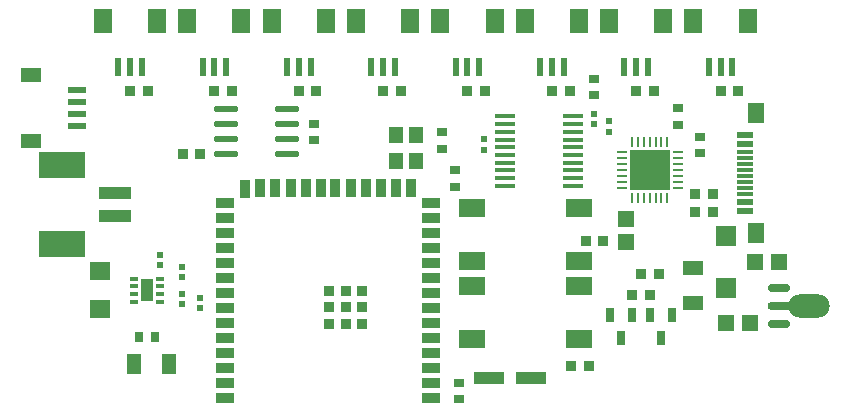
<source format=gbr>
%TF.GenerationSoftware,KiCad,Pcbnew,9.0.6*%
%TF.CreationDate,2026-01-13T17:11:52+01:00*%
%TF.ProjectId,TempWatchtV1,54656d70-5761-4746-9368-7456312e6b69,rev?*%
%TF.SameCoordinates,Original*%
%TF.FileFunction,Paste,Top*%
%TF.FilePolarity,Positive*%
%FSLAX46Y46*%
G04 Gerber Fmt 4.6, Leading zero omitted, Abs format (unit mm)*
G04 Created by KiCad (PCBNEW 9.0.6) date 2026-01-13 17:11:52*
%MOMM*%
%LPD*%
G01*
G04 APERTURE LIST*
%ADD10R,2.600000X1.100000*%
%ADD11R,1.350000X1.410000*%
%ADD12R,0.600000X1.550000*%
%ADD13R,1.500000X2.000000*%
%ADD14R,0.900000X0.800000*%
%ADD15O,1.740000X0.360000*%
%ADD16R,0.860000X0.810000*%
%ADD17R,2.700000X1.000000*%
%ADD18R,4.000000X2.200000*%
%ADD19R,0.810000X0.860000*%
%ADD20R,0.800000X0.900000*%
%ADD21R,0.650000X0.450000*%
%ADD22R,1.100000X1.900000*%
%ADD23R,0.540000X0.500000*%
%ADD24R,1.200000X1.400000*%
%ADD25R,1.550000X0.600000*%
%ADD26R,1.800000X1.200000*%
%ADD27R,1.410000X1.350000*%
%ADD28R,1.700000X1.800000*%
%ADD29R,0.910000X0.280000*%
%ADD30R,0.280000X0.910000*%
%ADD31R,3.350000X3.350000*%
%ADD32R,0.540000X0.570000*%
%ADD33R,1.450000X1.800000*%
%ADD34R,1.450000X0.600000*%
%ADD35R,1.450000X0.300000*%
%ADD36R,1.700000X1.210000*%
%ADD37R,2.300000X1.500000*%
%ADD38O,2.050000X0.590000*%
%ADD39O,1.900000X0.700000*%
%ADD40O,3.500000X2.000000*%
%ADD41O,2.100000X0.700000*%
%ADD42R,1.210000X1.700000*%
%ADD43R,0.700000X1.250000*%
%ADD44R,1.500000X0.900000*%
%ADD45R,0.900000X1.500000*%
%ADD46R,0.900000X0.900000*%
%ADD47R,1.730000X1.490000*%
G04 APERTURE END LIST*
D10*
%TO.C,C5*%
X145370000Y-121930000D03*
X148970000Y-121930000D03*
%TD*%
D11*
%TO.C,C16*%
X156970000Y-110460000D03*
X156970000Y-108460000D03*
%TD*%
D12*
%TO.C,CN2*%
X123142857Y-95627500D03*
X122142857Y-95627500D03*
X121142857Y-95627500D03*
D13*
X119842857Y-91747500D03*
X124442857Y-91747500D03*
%TD*%
D14*
%TO.C,C7*%
X161380000Y-99085000D03*
X161380000Y-100485000D03*
%TD*%
D15*
%TO.C,U1*%
X146775000Y-99800000D03*
X146775000Y-100450000D03*
X146775000Y-101100000D03*
X146775000Y-101750000D03*
X146775000Y-102410000D03*
X146775000Y-103060000D03*
X146775000Y-103710000D03*
X146775000Y-104360000D03*
X146775000Y-105010000D03*
X146775000Y-105660000D03*
X152515000Y-105660000D03*
X152515000Y-105010000D03*
X152515000Y-104360000D03*
X152515000Y-103710000D03*
X152515000Y-103060000D03*
X152515000Y-102410000D03*
X152515000Y-101750000D03*
X152515000Y-101100000D03*
X152515000Y-100450000D03*
X152515000Y-99800000D03*
%TD*%
D16*
%TO.C,R14*%
X162850000Y-107860000D03*
X162850000Y-106360000D03*
%TD*%
D17*
%TO.C,CN11*%
X113730000Y-106255348D03*
X113730000Y-108255348D03*
D18*
X109270000Y-110605348D03*
X109270000Y-103905348D03*
%TD*%
D12*
%TO.C,CN7*%
X158857143Y-95627500D03*
X157857143Y-95627500D03*
X156857143Y-95627500D03*
D13*
X155557143Y-91747500D03*
X160157143Y-91747500D03*
%TD*%
D19*
%TO.C,R2*%
X123642857Y-97627500D03*
X122142857Y-97627500D03*
%TD*%
D20*
%TO.C,C8*%
X115740000Y-118500000D03*
X117140000Y-118500000D03*
%TD*%
D19*
%TO.C,R17*%
X158275000Y-113175000D03*
X159775000Y-113175000D03*
%TD*%
D21*
%TO.C,U7*%
X115310000Y-113530000D03*
X115310000Y-114180000D03*
X115310000Y-114820000D03*
X115310000Y-115470000D03*
X117570000Y-115470000D03*
X117570000Y-114820000D03*
X117570000Y-114180000D03*
X117570000Y-113530000D03*
D22*
X116440000Y-114500000D03*
%TD*%
D14*
%TO.C,C4*%
X142820000Y-123755000D03*
X142820000Y-122355000D03*
%TD*%
D23*
%TO.C,C9*%
X117570000Y-111500000D03*
X117570000Y-112340000D03*
%TD*%
D12*
%TO.C,CN5*%
X144571429Y-95627500D03*
X143571429Y-95627500D03*
X142571429Y-95627500D03*
D13*
X141271429Y-91747500D03*
X145871429Y-91747500D03*
%TD*%
D12*
%TO.C,CN1*%
X116000000Y-95627500D03*
X115000000Y-95627500D03*
X114000000Y-95627500D03*
D13*
X112700000Y-91747500D03*
X117300000Y-91747500D03*
%TD*%
D24*
%TO.C,X2*%
X139245000Y-103555000D03*
X139245000Y-101355000D03*
X137545000Y-101355000D03*
X137545000Y-103555000D03*
%TD*%
D25*
%TO.C,CN10*%
X110490000Y-97575000D03*
X110490000Y-98575000D03*
X110490000Y-99575000D03*
X110490000Y-100575000D03*
D26*
X106610000Y-101875000D03*
X106610000Y-96275000D03*
%TD*%
D27*
%TO.C,C15*%
X167925000Y-112100000D03*
X169925000Y-112100000D03*
%TD*%
D19*
%TO.C,R4*%
X137928571Y-97627500D03*
X136428571Y-97627500D03*
%TD*%
D28*
%TO.C,D1*%
X165450000Y-114315000D03*
X165450000Y-109935000D03*
%TD*%
D12*
%TO.C,CN6*%
X151714286Y-95627500D03*
X150714286Y-95627500D03*
X149714286Y-95627500D03*
D13*
X148414286Y-91747500D03*
X153014286Y-91747500D03*
%TD*%
D19*
%TO.C,R21*%
X119450000Y-102965348D03*
X120950000Y-102965348D03*
%TD*%
%TO.C,R12*%
X153870000Y-120930000D03*
X152370000Y-120930000D03*
%TD*%
D14*
%TO.C,C11*%
X130575000Y-101825000D03*
X130575000Y-100425000D03*
%TD*%
D29*
%TO.C,U6*%
X161380000Y-105835000D03*
X161380000Y-105335000D03*
X161380000Y-104835000D03*
X161380000Y-104335000D03*
X161380000Y-103835000D03*
X161380000Y-103335000D03*
X161380000Y-102835000D03*
D30*
X160500000Y-101955000D03*
X160000000Y-101955000D03*
X159500000Y-101955000D03*
X159000000Y-101955000D03*
X158500000Y-101955000D03*
X158000000Y-101955000D03*
X157500000Y-101955000D03*
D29*
X156620000Y-102835000D03*
X156620000Y-103335000D03*
X156620000Y-103835000D03*
X156620000Y-104335000D03*
X156620000Y-104835000D03*
X156620000Y-105335000D03*
X156620000Y-105835000D03*
D30*
X157500000Y-106715000D03*
X158000000Y-106715000D03*
X158500000Y-106715000D03*
X159000000Y-106715000D03*
X159500000Y-106715000D03*
X160000000Y-106715000D03*
X160500000Y-106715000D03*
D31*
X159000000Y-104335000D03*
%TD*%
D14*
%TO.C,C3*%
X154280000Y-96600000D03*
X154280000Y-98000000D03*
%TD*%
D19*
%TO.C,R7*%
X159357143Y-97627500D03*
X157857143Y-97627500D03*
%TD*%
D32*
%TO.C,R10*%
X154270000Y-100460000D03*
X154270000Y-99600000D03*
%TD*%
D19*
%TO.C,R16*%
X159025000Y-114875000D03*
X157525000Y-114875000D03*
%TD*%
D27*
%TO.C,C14*%
X165475000Y-117325000D03*
X167475000Y-117325000D03*
%TD*%
D14*
%TO.C,C2*%
X142495000Y-105730000D03*
X142495000Y-104330000D03*
%TD*%
D33*
%TO.C,U5*%
X168020000Y-109655000D03*
X168020000Y-99515000D03*
D34*
X167100000Y-107835000D03*
X167100000Y-107035000D03*
D35*
X167100000Y-105835000D03*
X167100000Y-104835000D03*
X167100000Y-104335000D03*
X167100000Y-103335000D03*
D34*
X167100000Y-102135000D03*
X167100000Y-101335000D03*
D35*
X167100000Y-102835000D03*
X167100000Y-103835000D03*
X167100000Y-105335000D03*
X167100000Y-106335000D03*
%TD*%
D32*
%TO.C,R9*%
X144945000Y-102605000D03*
X144945000Y-101745000D03*
%TD*%
D36*
%TO.C,R26*%
X162700000Y-115605000D03*
X162700000Y-112645000D03*
%TD*%
D19*
%TO.C,R5*%
X145071429Y-97627500D03*
X143571429Y-97627500D03*
%TD*%
D37*
%TO.C,SW2*%
X153050000Y-112030000D03*
X143950000Y-112030000D03*
X153050000Y-107530000D03*
X143950000Y-107530000D03*
%TD*%
D19*
%TO.C,R1*%
X116500000Y-97627500D03*
X115000000Y-97627500D03*
%TD*%
D37*
%TO.C,SW1*%
X153050000Y-118620000D03*
X143950000Y-118620000D03*
X153050000Y-114120000D03*
X143950000Y-114120000D03*
%TD*%
D32*
%TO.C,R19*%
X119440000Y-112570000D03*
X119440000Y-113430000D03*
%TD*%
D16*
%TO.C,R15*%
X164350000Y-107860000D03*
X164350000Y-106360000D03*
%TD*%
D32*
%TO.C,R11*%
X155570000Y-101085000D03*
X155570000Y-100225000D03*
%TD*%
D14*
%TO.C,C6*%
X163300000Y-101535000D03*
X163300000Y-102935000D03*
%TD*%
%TO.C,C1*%
X141410000Y-102555000D03*
X141410000Y-101155000D03*
%TD*%
D19*
%TO.C,R13*%
X155080000Y-110340000D03*
X153580000Y-110340000D03*
%TD*%
D38*
%TO.C,U2*%
X128270000Y-102965348D03*
X128270000Y-101685348D03*
X128270000Y-100425348D03*
X128270000Y-99155348D03*
X123130000Y-99155348D03*
X123130000Y-100425348D03*
X123130000Y-101685348D03*
X123130000Y-102965348D03*
%TD*%
D39*
%TO.C,U9*%
X169975000Y-114350000D03*
D40*
X172475000Y-115850000D03*
D41*
X170075000Y-115850000D03*
D39*
X169975000Y-117350000D03*
%TD*%
D12*
%TO.C,CN3*%
X130285714Y-95627500D03*
X129285714Y-95627500D03*
X128285714Y-95627500D03*
D13*
X126985714Y-91747500D03*
X131585714Y-91747500D03*
%TD*%
D42*
%TO.C,R24*%
X118270000Y-120770000D03*
X115310000Y-120770000D03*
%TD*%
D19*
%TO.C,R3*%
X130785714Y-97627500D03*
X129285714Y-97627500D03*
%TD*%
D43*
%TO.C,Q2*%
X160925000Y-116575000D03*
X159025000Y-116575000D03*
X159975000Y-118575000D03*
%TD*%
D19*
%TO.C,R8*%
X166500000Y-97627500D03*
X165000000Y-97627500D03*
%TD*%
D12*
%TO.C,CN4*%
X137428571Y-95627500D03*
X136428571Y-95627500D03*
X135428571Y-95627500D03*
D13*
X134128571Y-91747500D03*
X138728571Y-91747500D03*
%TD*%
D12*
%TO.C,CN8*%
X166000000Y-95627500D03*
X165000000Y-95627500D03*
X164000000Y-95627500D03*
D13*
X162700000Y-91747500D03*
X167300000Y-91747500D03*
%TD*%
D19*
%TO.C,R6*%
X152214286Y-97627500D03*
X150714286Y-97627500D03*
%TD*%
D44*
%TO.C,U4*%
X140520000Y-123657500D03*
X140520000Y-122387500D03*
X140520000Y-121117500D03*
X140520000Y-119847500D03*
X140520000Y-118577500D03*
X140520000Y-117307500D03*
X140520000Y-116037500D03*
X140520000Y-114767500D03*
X140520000Y-113497500D03*
X140520000Y-112227500D03*
X140520000Y-110957500D03*
X140520000Y-109687500D03*
X140520000Y-108417500D03*
X140520000Y-107147500D03*
D45*
X138760000Y-105877500D03*
X137490000Y-105877500D03*
X136220000Y-105877500D03*
X134950000Y-105877500D03*
X133680000Y-105877500D03*
X132400000Y-105877500D03*
X131140000Y-105877500D03*
X129870000Y-105877500D03*
X128600000Y-105877500D03*
X127320000Y-105877500D03*
X126050000Y-105877500D03*
X124780000Y-105907500D03*
D44*
X123020000Y-107147500D03*
X123020000Y-108417500D03*
X123020000Y-109687500D03*
X123020000Y-110957500D03*
X123020000Y-112227500D03*
X123020000Y-113497500D03*
X123020000Y-114767500D03*
X123020000Y-116037500D03*
X123020000Y-117307500D03*
X123020000Y-118577500D03*
X123020000Y-119847500D03*
X123020000Y-121117500D03*
X123020000Y-122387500D03*
X123020000Y-123657500D03*
D46*
X134670000Y-117337500D03*
X134670000Y-115937500D03*
X134670000Y-114537500D03*
X133270000Y-117337500D03*
X133270000Y-115937500D03*
X133270000Y-114537500D03*
X131870000Y-117337500D03*
X131870000Y-115937500D03*
X131870000Y-114537500D03*
%TD*%
D47*
%TO.C,C10*%
X112440000Y-112910000D03*
X112440000Y-116090000D03*
%TD*%
D32*
%TO.C,R18*%
X120940000Y-115140000D03*
X120940000Y-116000000D03*
%TD*%
%TO.C,R20*%
X119440000Y-114824249D03*
X119440000Y-115684249D03*
%TD*%
D43*
%TO.C,Q1*%
X157525000Y-116575000D03*
X155625000Y-116575000D03*
X156575000Y-118575000D03*
%TD*%
M02*

</source>
